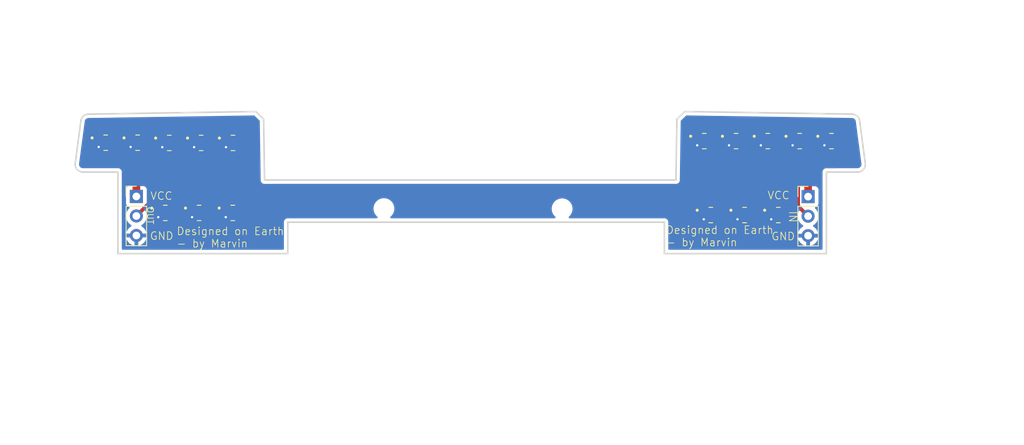
<source format=kicad_pcb>
(kicad_pcb (version 20241229) (generator "pcbnew") (generator_version "9.0")
  (layers (0 "F.Cu" signal) (2 "B.Cu" signal) (13 "F.Paste" user) (15 "B.Paste" user) (5 "F.SilkS" user "F.Silkscreen") (7 "B.SilkS" user "B.Silkscreen") (1 "F.Mask" user) (3 "B.Mask" user) (25 "Edge.Cuts" user))
  (net 0 "")
  (net 1 "Net-(J2-Pin_2)")
  (net 2 "Net-(U1-DI)")
  (net 3 "Net-(U2-DI)")
  (net 4 "Net-(U3-DI)")
  (net 5 "Net-(U5-DI)")
  (net 6 "Net-(U11-DI)")
  (net 7 "Net-(U6-DI)")
  (net 8 "Net-(U7-DI)")
  (net 9 "Net-(U10-DO)")
  (net 10 "Net-(J3-Pin_2)")
  (net 11 "Net-(U1-DO)")
  (net 12 "Net-(U16-DO)")
  (net 13 "Net-(U14-DI)")
  (net 14 "Net-(U15-DO)")
  (net 15 "Net-(U16-DI)")
  (net 16 "Net-(U10-DI)")
  (net 17 "Net-(U12-DI)")
  (net 18 "GND")
  (net 19 "VCC")
  (footprint "ws2812:LED_WS2812C-2020" (layer "F.Cu") (at 178.1039 39.116)
    (property "Reference" "U7" (hide yes))
    (property "Value" "WS2812C-2020" (hide yes))
    (fp_line (start -0.245 -1) (end 0.245 -1) (stroke (width 0.127)) (layer "F.SilkS"))
    (fp_line (start -0.245 1) (end 0.245 1) (stroke (width 0.127)) (layer "F.SilkS"))
    (fp_circle (center -1.77 -0.63) (end -1.67 -0.63) (stroke (width 0.2)) (fill no) (layer "F.SilkS"))
    (pad "1" smd rect (at -0.915 -0.55) (size 0.7 0.7) (layers "F.Cu" "F.Mask" "F.Paste") (net 7 "Net-(U6-DI)"))
    (pad "2" smd rect (at -0.915 0.55) (size 0.7 0.7) (layers "F.Cu" "F.Mask" "F.Paste") (net 18 "GND"))
    (pad "3" smd rect (at 0.915 0.55) (size 0.7 0.7) (layers "F.Cu" "F.Mask" "F.Paste") (net 8 "Net-(U7-DI)"))
    (pad "4" smd rect (at 0.915 -0.55) (size 0.7 0.7) (layers "F.Cu" "F.Mask" "F.Paste") (net 19 "VCC"))
  )
  (footprint "ws2812:LED_WS2812C-2020" (layer "F.Cu") (at 179.4628 48.7426)
    (property "Reference" "U14" (hide yes))
    (property "Value" "WS2812C-2020" (hide yes))
    (fp_line (start -0.245 -1) (end 0.245 -1) (stroke (width 0.127)) (layer "F.SilkS"))
    (fp_line (start -0.245 1) (end 0.245 1) (stroke (width 0.127)) (layer "F.SilkS"))
    (fp_circle (center -1.77 -0.63) (end -1.67 -0.63) (stroke (width 0.2)) (fill no) (layer "F.SilkS"))
    (pad "1" smd rect (at -0.915 -0.55) (size 0.7 0.7) (layers "F.Cu" "F.Mask" "F.Paste") (net 17 "Net-(U12-DI)"))
    (pad "2" smd rect (at -0.915 0.55) (size 0.7 0.7) (layers "F.Cu" "F.Mask" "F.Paste") (net 18 "GND"))
    (pad "3" smd rect (at 0.915 0.55) (size 0.7 0.7) (layers "F.Cu" "F.Mask" "F.Paste") (net 13 "Net-(U14-DI)"))
    (pad "4" smd rect (at 0.915 -0.55) (size 0.7 0.7) (layers "F.Cu" "F.Mask" "F.Paste") (net 19 "VCC"))
  )
  (footprint "ws2812:LED_WS2812C-2020" (layer "F.Cu") (at 104.4318 39.3534)
    (property "Reference" "U3" (hide yes))
    (property "Value" "WS2812C-2020" (hide yes))
    (fp_line (start -0.245 -1) (end 0.245 -1) (stroke (width 0.127)) (layer "F.SilkS"))
    (fp_line (start -0.245 1) (end 0.245 1) (stroke (width 0.127)) (layer "F.SilkS"))
    (fp_circle (center -1.77 -0.63) (end -1.67 -0.63) (stroke (width 0.2)) (fill no) (layer "F.SilkS"))
    (pad "1" smd rect (at -0.915 -0.55) (size 0.7 0.7) (layers "F.Cu" "F.Mask" "F.Paste") (net 3 "Net-(U2-DI)"))
    (pad "2" smd rect (at -0.915 0.55) (size 0.7 0.7) (layers "F.Cu" "F.Mask" "F.Paste") (net 18 "GND"))
    (pad "3" smd rect (at 0.915 0.55) (size 0.7 0.7) (layers "F.Cu" "F.Mask" "F.Paste") (net 4 "Net-(U3-DI)"))
    (pad "4" smd rect (at 0.915 -0.55) (size 0.7 0.7) (layers "F.Cu" "F.Mask" "F.Paste") (net 19 "VCC"))
  )
  (footprint "" (layer "F.Cu") (at 151.3586 47.9298)
    (property "Reference" "" (at 0 0 0) (layer "F.SilkS") (effects (font (size 1.27 1.27))))
    (property "Value" "")
    (pad "" np_thru_hole circle (at 0 0) (size 2.2 2.2) (drill 2.2) (layers "*.Cu" "*.Mask"))
  )
  (footprint "ws2812:LED_WS2812C-2020" (layer "F.Cu") (at 182.23775 39.116)
    (property "Reference" "U8" (hide yes))
    (property "Value" "WS2812C-2020" (hide yes))
    (fp_line (start -0.245 -1) (end 0.245 -1) (stroke (width 0.127)) (layer "F.SilkS"))
    (fp_line (start -0.245 1) (end 0.245 1) (stroke (width 0.127)) (layer "F.SilkS"))
    (fp_circle (center -1.77 -0.63) (end -1.67 -0.63) (stroke (width 0.2)) (fill no) (layer "F.SilkS"))
    (pad "1" smd rect (at -0.915 -0.55) (size 0.7 0.7) (layers "F.Cu" "F.Mask" "F.Paste") (net 8 "Net-(U7-DI)"))
    (pad "2" smd rect (at -0.915 0.55) (size 0.7 0.7) (layers "F.Cu" "F.Mask" "F.Paste") (net 18 "GND"))
    (pad "3" smd rect (at 0.915 0.55) (size 0.7 0.7) (layers "F.Cu" "F.Mask" "F.Paste") (net 14 "Net-(U15-DO)"))
    (pad "4" smd rect (at 0.915 -0.55) (size 0.7 0.7) (layers "F.Cu" "F.Mask" "F.Paste") (net 19 "VCC"))
  )
  (footprint "ws2812:LED_WS2812C-2020" (layer "F.Cu") (at 186.3716 39.116)
    (property "Reference" "U15" (hide yes))
    (property "Value" "WS2812C-2020" (hide yes))
    (fp_line (start -0.245 -1) (end 0.245 -1) (stroke (width 0.127)) (layer "F.SilkS"))
    (fp_line (start -0.245 1) (end 0.245 1) (stroke (width 0.127)) (layer "F.SilkS"))
    (fp_circle (center -1.77 -0.63) (end -1.67 -0.63) (stroke (width 0.2)) (fill no) (layer "F.SilkS"))
    (pad "1" smd rect (at -0.915 -0.55) (size 0.7 0.7) (layers "F.Cu" "F.Mask" "F.Paste") (net 14 "Net-(U15-DO)"))
    (pad "2" smd rect (at -0.915 0.55) (size 0.7 0.7) (layers "F.Cu" "F.Mask" "F.Paste") (net 18 "GND"))
    (pad "3" smd rect (at 0.915 0.55) (size 0.7 0.7) (layers "F.Cu" "F.Mask" "F.Paste") (net 10 "Net-(J3-Pin_2)"))
    (pad "4" smd rect (at 0.915 -0.55) (size 0.7 0.7) (layers "F.Cu" "F.Mask" "F.Paste") (net 19 "VCC"))
  )
  (footprint "ws2812:LED_WS2812C-2020" (layer "F.Cu") (at 169.8362 39.116)
    (property "Reference" "U5" (hide yes))
    (property "Value" "WS2812C-2020" (hide yes))
    (fp_line (start -0.245 -1) (end 0.245 -1) (stroke (width 0.127)) (layer "F.SilkS"))
    (fp_line (start -0.245 1) (end 0.245 1) (stroke (width 0.127)) (layer "F.SilkS"))
    (fp_circle (center -1.77 -0.63) (end -1.67 -0.63) (stroke (width 0.2)) (fill no) (layer "F.SilkS"))
    (pad "1" smd rect (at -0.915 -0.55) (size 0.7 0.7) (layers "F.Cu" "F.Mask" "F.Paste") (net 13 "Net-(U14-DI)"))
    (pad "2" smd rect (at -0.915 0.55) (size 0.7 0.7) (layers "F.Cu" "F.Mask" "F.Paste") (net 18 "GND"))
    (pad "3" smd rect (at 0.915 0.55) (size 0.7 0.7) (layers "F.Cu" "F.Mask" "F.Paste") (net 5 "Net-(U5-DI)"))
    (pad "4" smd rect (at 0.915 -0.55) (size 0.7 0.7) (layers "F.Cu" "F.Mask" "F.Paste") (net 19 "VCC"))
  )
  (footprint "ws2812:LED_WS2812C-2020" (layer "F.Cu") (at 108.572 39.3534)
    (property "Reference" "U4" (hide yes))
    (property "Value" "WS2812C-2020" (hide yes))
    (fp_line (start -0.245 -1) (end 0.245 -1) (stroke (width 0.127)) (layer "F.SilkS"))
    (fp_line (start -0.245 1) (end 0.245 1) (stroke (width 0.127)) (layer "F.SilkS"))
    (fp_circle (center -1.77 -0.63) (end -1.67 -0.63) (stroke (width 0.2)) (fill no) (layer "F.SilkS"))
    (pad "1" smd rect (at -0.915 -0.55) (size 0.7 0.7) (layers "F.Cu" "F.Mask" "F.Paste") (net 4 "Net-(U3-DI)"))
    (pad "2" smd rect (at -0.915 0.55) (size 0.7 0.7) (layers "F.Cu" "F.Mask" "F.Paste") (net 18 "GND"))
    (pad "3" smd rect (at 0.915 0.55) (size 0.7 0.7) (layers "F.Cu" "F.Mask" "F.Paste") (net 12 "Net-(U16-DO)"))
    (pad "4" smd rect (at 0.915 -0.55) (size 0.7 0.7) (layers "F.Cu" "F.Mask" "F.Paste") (net 19 "VCC"))
  )
  (footprint "ws2812:LED_WS2812C-2020" (layer "F.Cu") (at 108.5478 48.4632)
    (property "Reference" "U10" (hide yes))
    (property "Value" "WS2812C-2020" (hide yes))
    (fp_line (start -0.245 -1) (end 0.245 -1) (stroke (width 0.127)) (layer "F.SilkS"))
    (fp_line (start -0.245 1) (end 0.245 1) (stroke (width 0.127)) (layer "F.SilkS"))
    (fp_circle (center -1.77 -0.63) (end -1.67 -0.63) (stroke (width 0.2)) (fill no) (layer "F.SilkS"))
    (pad "1" smd rect (at -0.915 -0.55) (size 0.7 0.7) (layers "F.Cu" "F.Mask" "F.Paste") (net 9 "Net-(U10-DO)"))
    (pad "2" smd rect (at -0.915 0.55) (size 0.7 0.7) (layers "F.Cu" "F.Mask" "F.Paste") (net 18 "GND"))
    (pad "3" smd rect (at 0.915 0.55) (size 0.7 0.7) (layers "F.Cu" "F.Mask" "F.Paste") (net 16 "Net-(U10-DI)"))
    (pad "4" smd rect (at 0.915 -0.55) (size 0.7 0.7) (layers "F.Cu" "F.Mask" "F.Paste") (net 19 "VCC"))
  )
  (footprint "ws2812:LED_WS2812C-2020" (layer "F.Cu") (at 173.97005 39.116)
    (property "Reference" "U6" (hide yes))
    (property "Value" "WS2812C-2020" (hide yes))
    (fp_line (start -0.245 -1) (end 0.245 -1) (stroke (width 0.127)) (layer "F.SilkS"))
    (fp_line (start -0.245 1) (end 0.245 1) (stroke (width 0.127)) (layer "F.SilkS"))
    (fp_circle (center -1.77 -0.63) (end -1.67 -0.63) (stroke (width 0.2)) (fill no) (layer "F.SilkS"))
    (pad "1" smd rect (at -0.915 -0.55) (size 0.7 0.7) (layers "F.Cu" "F.Mask" "F.Paste") (net 5 "Net-(U5-DI)"))
    (pad "2" smd rect (at -0.915 0.55) (size 0.7 0.7) (layers "F.Cu" "F.Mask" "F.Paste") (net 18 "GND"))
    (pad "3" smd rect (at 0.915 0.55) (size 0.7 0.7) (layers "F.Cu" "F.Mask" "F.Paste") (net 7 "Net-(U6-DI)"))
    (pad "4" smd rect (at 0.915 -0.55) (size 0.7 0.7) (layers "F.Cu" "F.Mask" "F.Paste") (net 19 "VCC"))
  )
  (footprint "ws2812:LED_WS2812C-2020" (layer "F.Cu") (at 96.1768 39.328)
    (property "Reference" "U1" (hide yes))
    (property "Value" "WS2812C-2020" (hide yes))
    (fp_line (start -0.245 -1) (end 0.245 -1) (stroke (width 0.127)) (layer "F.SilkS"))
    (fp_line (start -0.245 1) (end 0.245 1) (stroke (width 0.127)) (layer "F.SilkS"))
    (fp_circle (center -1.77 -0.63) (end -1.67 -0.63) (stroke (width 0.2)) (fill no) (layer "F.SilkS"))
    (pad "1" smd rect (at -0.915 -0.55) (size 0.7 0.7) (layers "F.Cu" "F.Mask" "F.Paste") (net 11 "Net-(U1-DO)"))
    (pad "2" smd rect (at -0.915 0.55) (size 0.7 0.7) (layers "F.Cu" "F.Mask" "F.Paste") (net 18 "GND"))
    (pad "3" smd rect (at 0.915 0.55) (size 0.7 0.7) (layers "F.Cu" "F.Mask" "F.Paste") (net 2 "Net-(U1-DI)"))
    (pad "4" smd rect (at 0.915 -0.55) (size 0.7 0.7) (layers "F.Cu" "F.Mask" "F.Paste") (net 19 "VCC"))
  )
  (footprint "ws2812:LED_WS2812C-2020" (layer "F.Cu") (at 104.1654 48.4632)
    (property "Reference" "U9" (hide yes))
    (property "Value" "WS2812C-2020" (hide yes))
    (fp_line (start -0.245 -1) (end 0.245 -1) (stroke (width 0.127)) (layer "F.SilkS"))
    (fp_line (start -0.245 1) (end 0.245 1) (stroke (width 0.127)) (layer "F.SilkS"))
    (fp_circle (center -1.77 -0.63) (end -1.67 -0.63) (stroke (width 0.2)) (fill no) (layer "F.SilkS"))
    (pad "1" smd rect (at -0.915 -0.55) (size 0.7 0.7) (layers "F.Cu" "F.Mask" "F.Paste") (net 15 "Net-(U16-DI)"))
    (pad "2" smd rect (at -0.915 0.55) (size 0.7 0.7) (layers "F.Cu" "F.Mask" "F.Paste") (net 18 "GND"))
    (pad "3" smd rect (at 0.915 0.55) (size 0.7 0.7) (layers "F.Cu" "F.Mask" "F.Paste") (net 9 "Net-(U10-DO)"))
    (pad "4" smd rect (at 0.915 -0.55) (size 0.7 0.7) (layers "F.Cu" "F.Mask" "F.Paste") (net 19 "VCC"))
  )
  (footprint "ws2812:LED_WS2812C-2020" (layer "F.Cu") (at 100.2916 39.3534)
    (property "Reference" "U2" (hide yes))
    (property "Value" "WS2812C-2020" (hide yes))
    (fp_line (start -0.245 -1) (end 0.245 -1) (stroke (width 0.127)) (layer "F.SilkS"))
    (fp_line (start -0.245 1) (end 0.245 1) (stroke (width 0.127)) (layer "F.SilkS"))
    (fp_circle (center -1.77 -0.63) (end -1.67 -0.63) (stroke (width 0.2)) (fill no) (layer "F.SilkS"))
    (pad "1" smd rect (at -0.915 -0.55) (size 0.7 0.7) (layers "F.Cu" "F.Mask" "F.Paste") (net 2 "Net-(U1-DI)"))
    (pad "2" smd rect (at -0.915 0.55) (size 0.7 0.7) (layers "F.Cu" "F.Mask" "F.Paste") (net 18 "GND"))
    (pad "3" smd rect (at 0.915 0.55) (size 0.7 0.7) (layers "F.Cu" "F.Mask" "F.Paste") (net 3 "Net-(U2-DI)"))
    (pad "4" smd rect (at 0.915 -0.55) (size 0.7 0.7) (layers "F.Cu" "F.Mask" "F.Paste") (net 19 "VCC"))
  )
  (footprint "ws2812:LED_WS2812C-2020" (layer "F.Cu") (at 170.6862 48.7426)
    (property "Reference" "U11" (hide yes))
    (property "Value" "WS2812C-2020" (hide yes))
    (fp_line (start -0.245 -1) (end 0.245 -1) (stroke (width 0.127)) (layer "F.SilkS"))
    (fp_line (start -0.245 1) (end 0.245 1) (stroke (width 0.127)) (layer "F.SilkS"))
    (fp_circle (center -1.77 -0.63) (end -1.67 -0.63) (stroke (width 0.2)) (fill no) (layer "F.SilkS"))
    (pad "1" smd rect (at -0.915 -0.55) (size 0.7 0.7) (layers "F.Cu" "F.Mask" "F.Paste") (net 16 "Net-(U10-DI)"))
    (pad "2" smd rect (at -0.915 0.55) (size 0.7 0.7) (layers "F.Cu" "F.Mask" "F.Paste") (net 18 "GND"))
    (pad "3" smd rect (at 0.915 0.55) (size 0.7 0.7) (layers "F.Cu" "F.Mask" "F.Paste") (net 6 "Net-(U11-DI)"))
    (pad "4" smd rect (at 0.915 -0.55) (size 0.7 0.7) (layers "F.Cu" "F.Mask" "F.Paste") (net 19 "VCC"))
  )
  (footprint "Connector_PinHeader_2.54mm:PinHeader_1x03_P2.54mm_Vertical" (layer "F.Cu") (at 183.3372 46.3446)
    (property "Reference" "J3" (hide yes))
    (property "Value" "Conn_01x03" (hide yes))
    (fp_line (start -1.33 -1.33) (end 0 -1.33) (stroke (width 0.12)) (layer "F.SilkS"))
    (fp_line (start -1.33 0) (end -1.33 -1.33) (stroke (width 0.12)) (layer "F.SilkS"))
    (fp_line (start -1.33 1.27) (end -1.33 6.41) (stroke (width 0.12)) (layer "F.SilkS"))
    (fp_line (start -1.33 1.27) (end 1.33 1.27) (stroke (width 0.12)) (layer "F.SilkS"))
    (fp_line (start -1.33 6.41) (end 1.33 6.41) (stroke (width 0.12)) (layer "F.SilkS"))
    (fp_line (start 1.33 1.27) (end 1.33 6.41) (stroke (width 0.12)) (layer "F.SilkS"))
    (pad "1" thru_hole rect (at 0 0) (size 1.7 1.7) (drill 1) (layers "*.Cu" "*.Mask") (net 19 "VCC"))
    (pad "2" thru_hole oval (at 0 2.54) (size 1.7 1.7) (drill 1) (layers "*.Cu" "*.Mask") (net 10 "Net-(J3-Pin_2)"))
    (pad "3" thru_hole oval (at 0 5.08) (size 1.7 1.7) (drill 1) (layers "*.Cu" "*.Mask") (net 18 "GND"))
  )
  (footprint "Connector_PinHeader_2.54mm:PinHeader_1x03_P2.54mm_Vertical" (layer "F.Cu") (at 96.012 46.3192)
    (property "Reference" "J2" (hide yes))
    (property "Value" "Conn_01x03" (hide yes))
    (fp_line (start -1.33 -1.33) (end 0 -1.33) (stroke (width 0.12)) (layer "F.SilkS"))
    (fp_line (start -1.33 0) (end -1.33 -1.33) (stroke (width 0.12)) (layer "F.SilkS"))
    (fp_line (start -1.33 1.27) (end -1.33 6.41) (stroke (width 0.12)) (layer "F.SilkS"))
    (fp_line (start -1.33 1.27) (end 1.33 1.27) (stroke (width 0.12)) (layer "F.SilkS"))
    (fp_line (start -1.33 6.41) (end 1.33 6.41) (stroke (width 0.12)) (layer "F.SilkS"))
    (fp_line (start 1.33 1.27) (end 1.33 6.41) (stroke (width 0.12)) (layer "F.SilkS"))
    (pad "1" thru_hole rect (at 0 0) (size 1.7 1.7) (drill 1) (layers "*.Cu" "*.Mask") (net 19 "VCC"))
    (pad "2" thru_hole oval (at 0 2.54) (size 1.7 1.7) (drill 1) (layers "*.Cu" "*.Mask") (net 1 "Net-(J2-Pin_2)"))
    (pad "3" thru_hole oval (at 0 5.08) (size 1.7 1.7) (drill 1) (layers "*.Cu" "*.Mask") (net 18 "GND"))
  )
  (footprint "ws2812:LED_WS2812C-2020" (layer "F.Cu") (at 99.7712 48.4632)
    (property "Reference" "U16" (hide yes))
    (property "Value" "WS2812C-2020" (hide yes))
    (fp_line (start -0.245 -1) (end 0.245 -1) (stroke (width 0.127)) (layer "F.SilkS"))
    (fp_line (start -0.245 1) (end 0.245 1) (stroke (width 0.127)) (layer "F.SilkS"))
    (fp_circle (center -1.77 -0.63) (end -1.67 -0.63) (stroke (width 0.2)) (fill no) (layer "F.SilkS"))
    (pad "1" smd rect (at -0.915 -0.55) (size 0.7 0.7) (layers "F.Cu" "F.Mask" "F.Paste") (net 12 "Net-(U16-DO)"))
    (pad "2" smd rect (at -0.915 0.55) (size 0.7 0.7) (layers "F.Cu" "F.Mask" "F.Paste") (net 18 "GND"))
    (pad "3" smd rect (at 0.915 0.55) (size 0.7 0.7) (layers "F.Cu" "F.Mask" "F.Paste") (net 15 "Net-(U16-DI)"))
    (pad "4" smd rect (at 0.915 -0.55) (size 0.7 0.7) (layers "F.Cu" "F.Mask" "F.Paste") (net 19 "VCC"))
  )
  (footprint "ws2812:LED_WS2812C-2020" (layer "F.Cu") (at 92.0248 39.328)
    (property "Reference" "U13" (hide yes))
    (property "Value" "WS2812C-2020" (hide yes))
    (fp_line (start -0.245 -1) (end 0.245 -1) (stroke (width 0.127)) (layer "F.SilkS"))
    (fp_line (start -0.245 1) (end 0.245 1) (stroke (width 0.127)) (layer "F.SilkS"))
    (fp_circle (center -1.77 -0.63) (end -1.67 -0.63) (stroke (width 0.2)) (fill no) (layer "F.SilkS"))
    (pad "1" smd rect (at -0.915 -0.55) (size 0.7 0.7) (layers "F.Cu" "F.Mask" "F.Paste") (net 1 "Net-(J2-Pin_2)"))
    (pad "2" smd rect (at -0.915 0.55) (size 0.7 0.7) (layers "F.Cu" "F.Mask" "F.Paste") (net 18 "GND"))
    (pad "3" smd rect (at 0.915 0.55) (size 0.7 0.7) (layers "F.Cu" "F.Mask" "F.Paste") (net 11 "Net-(U1-DO)"))
    (pad "4" smd rect (at 0.915 -0.55) (size 0.7 0.7) (layers "F.Cu" "F.Mask" "F.Paste") (net 19 "VCC"))
  )
  (footprint "ws2812:LED_WS2812C-2020" (layer "F.Cu") (at 175.0745 48.7426)
    (property "Reference" "U12" (hide yes))
    (property "Value" "WS2812C-2020" (hide yes))
    (fp_line (start -0.245 -1) (end 0.245 -1) (stroke (width 0.127)) (layer "F.SilkS"))
    (fp_line (start -0.245 1) (end 0.245 1) (stroke (width 0.127)) (layer "F.SilkS"))
    (fp_circle (center -1.77 -0.63) (end -1.67 -0.63) (stroke (width 0.2)) (fill no) (layer "F.SilkS"))
    (pad "1" smd rect (at -0.915 -0.55) (size 0.7 0.7) (layers "F.Cu" "F.Mask" "F.Paste") (net 6 "Net-(U11-DI)"))
    (pad "2" smd rect (at -0.915 0.55) (size 0.7 0.7) (layers "F.Cu" "F.Mask" "F.Paste") (net 18 "GND"))
    (pad "3" smd rect (at 0.915 0.55) (size 0.7 0.7) (layers "F.Cu" "F.Mask" "F.Paste") (net 17 "Net-(U12-DI)"))
    (pad "4" smd rect (at 0.915 -0.55) (size 0.7 0.7) (layers "F.Cu" "F.Mask" "F.Paste") (net 19 "VCC"))
  )
  (footprint "" (layer "F.Cu") (at 128.1938 47.9044)
    (property "Reference" "" (at 0 0 0) (layer "F.SilkS") (effects (font (size 1.27 1.27))))
    (property "Value" "")
    (pad "" np_thru_hole circle (at 0 0) (size 2.2 2.2) (drill 2.2) (layers "*.Cu" "*.Mask"))
  )
  (gr_line (start 112.552086 36.252802) (end 111.536683 35.268447) (stroke (width 0.2)) (layer "Edge.Cuts"))
  (gr_line (start 112.675214 44.183382) (end 112.552086 36.252802) (stroke (width 0.2)) (layer "Edge.Cuts"))
  (gr_line (start 166.157014 44.183382) (end 112.675214 44.183382) (stroke (width 0.2)) (layer "Edge.Cuts"))
  (gr_line (start 89.053493 43.142875) (end 93.616115 43.142875) (stroke (width 0.2)) (layer "Edge.Cuts"))
  (gr_line (start 164.654875 53.758928) (end 185.716113 53.758928) (stroke (width 0.2)) (layer "Edge.Cuts"))
  (gr_line (start 166.280142 36.252802) (end 166.157014 44.183382) (stroke (width 0.2)) (layer "Edge.Cuts"))
  (gr_line (start 115.691086 53.758928) (end 115.691086 49.669935) (stroke (width 0.2)) (layer "Edge.Cuts"))
  (gr_line (start 185.716113 53.758928) (end 185.716113 43.142875) (stroke (width 0.2)) (layer "Edge.Cuts"))
  (gr_line (start 164.654875 49.669935) (end 164.654875 53.758928) (stroke (width 0.2)) (layer "Edge.Cuts"))
  (gr_line (start 189.058077 35.606326) (end 167.295546 35.268447) (stroke (width 0.2)) (layer "Edge.Cuts"))
  (gr_line (start 93.616115 53.758928) (end 115.691086 53.758928) (stroke (width 0.2)) (layer "Edge.Cuts"))
  (gr_line (start 88.7984 36.4744) (end 88.062217 42.011071) (stroke (width 0.2)) (layer "Edge.Cuts"))
  (gr_line (start 115.691086 49.669935) (end 164.654875 49.669935) (stroke (width 0.2)) (layer "Edge.Cuts"))
  (gr_arc (start 89.053493 43.142875) (mid 88.301228 42.801736) (end 88.062217 42.011071) (stroke (width 0.2)) (layer "Edge.Cuts"))
  (gr_line (start 167.295546 35.268447) (end 166.280142 36.252802) (stroke (width 0.2)) (layer "Edge.Cuts"))
  (gr_arc (start 88.7984 36.4744) (mid 89.124996 35.859077) (end 89.774152 35.606327) (stroke (width 0.2)) (layer "Edge.Cuts"))
  (gr_line (start 93.616115 43.142875) (end 93.616115 53.758928) (stroke (width 0.2)) (layer "Edge.Cuts"))
  (gr_line (start 89.774152 35.606327) (end 89.774152 35.606326) (stroke (width 0.2)) (layer "Edge.Cuts"))
  (gr_line (start 190.770011 42.011071) (end 190.033828 36.4744) (stroke (width 0.2)) (layer "Edge.Cuts"))
  (gr_arc (start 189.058077 35.606326) (mid 189.707233 35.859077) (end 190.033828 36.4744) (stroke (width 0.2)) (layer "Edge.Cuts"))
  (gr_line (start 185.716113 43.142875) (end 189.778736 43.142875) (stroke (width 0.2)) (layer "Edge.Cuts"))
  (gr_line (start 111.536683 35.268447) (end 89.774152 35.606326) (stroke (width 0.2)) (layer "Edge.Cuts"))
  (gr_arc (start 190.770011 42.011071) (mid 190.531001 42.801736) (end 189.778736 43.142875) (stroke (width 0.2)) (layer "Edge.Cuts"))
  (gr_text "GND" (at 178.5112 52.0954 0) (layer "F.SilkS") (effects (font (size 1 1) (thickness 0.1)) (justify left bottom)))
  (gr_text "GND" (at 97.7138 52.0446 0) (layer "F.SilkS") (effects (font (size 1 1) (thickness 0.1)) (justify left bottom)))
  (gr_text "IN" (at 180.7718 48.133 270) (layer "F.SilkS") (effects (font (size 1 1) (thickness 0.1)) (justify left bottom)))
  (gr_text "OUT" (at 97.342 47.5892 270) (layer "F.SilkS") (effects (font (size 0.8 0.8) (thickness 0.1)) (justify left bottom)))
  (gr_text "Designed on Earth \n- by Marvin" (at 101.1936 53.0352 0) (layer "F.SilkS") (effects (font (size 1 1) (thickness 0.1)) (justify left bottom)))
  (gr_text "VCC" (at 97.7646 46.8376 0) (layer "F.SilkS") (effects (font (size 1 1) (thickness 0.1)) (justify left bottom)))
  (gr_text "VCC" (at 178.0032 46.7614 0) (layer "F.SilkS") (effects (font (size 1 1) (thickness 0.1)) (justify left bottom)))
  (gr_text "Designed on Earth \n- by Marvin" (at 164.8206 52.8828 0) (layer "F.SilkS") (effects (font (size 1 1) (thickness 0.1)) (justify left bottom)))
  (segment (start 91.9108 40.451) (end 92.557 41.0972) (width 0.5) (layer "F.Cu") (net 1))
  (segment (start 91.9108 39.077) (end 91.9108 40.451) (width 0.5) (layer "F.Cu") (net 1))
  (segment (start 91.1098 38.778) (end 91.6118 38.778) (width 0.5) (layer "F.Cu") (net 1))
  (segment (start 91.6118 38.778) (end 91.9108 39.077) (width 0.5) (layer "F.Cu") (net 1))
  (segment (start 100.5078 41.0972) (end 100.5078 44.3634) (width 0.5) (layer "F.Cu") (net 1))
  (segment (start 100.5078 44.3634) (end 96.012 48.8592) (width 0.5) (layer "F.Cu") (net 1))
  (segment (start 92.557 41.0972) (end 100.5078 41.0972) (width 0.5) (layer "F.Cu") (net 1))
  (segment (start 99.3766 38.8034) (end 98.5266 38.8034) (width 0.5) (layer "F.Cu") (net 2))
  (segment (start 97.452 39.878) (end 97.0918 39.878) (width 0.5) (layer "F.Cu") (net 2))
  (segment (start 98.5266 38.8034) (end 97.452 39.878) (width 0.5) (layer "F.Cu") (net 2))
  (segment (start 103.5168 38.8034) (end 102.6668 38.8034) (width 0.5) (layer "F.Cu") (net 3))
  (segment (start 102.6668 38.8034) (end 101.5668 39.9034) (width 0.5) (layer "F.Cu") (net 3))
  (segment (start 101.5668 39.9034) (end 101.2066 39.9034) (width 0.5) (layer "F.Cu") (net 3))
  (segment (start 105.707 39.9034) (end 105.3468 39.9034) (width 0.5) (layer "F.Cu") (net 4))
  (segment (start 106.807 38.8034) (end 105.707 39.9034) (width 0.5) (layer "F.Cu") (net 4))
  (segment (start 107.657 38.8034) (end 106.807 38.8034) (width 0.5) (layer "F.Cu") (net 4))
  (segment (start 173.05505 38.566) (end 172.4572 38.566) (width 1) (layer "F.Cu") (net 5))
  (segment (start 172.4572 38.566) (end 171.3572 39.666) (width 1) (layer "F.Cu") (net 5))
  (segment (start 171.3572 39.666) (end 170.7512 39.666) (width 1) (layer "F.Cu") (net 5))
  (segment (start 174.1595 48.1926) (end 173.2032 48.1926) (width 0.5) (layer "F.Cu") (net 6))
  (segment (start 172.1032 49.2926) (end 171.6012 49.2926) (width 0.5) (layer "F.Cu") (net 6))
  (segment (start 173.2032 48.1926) (end 172.1032 49.2926) (width 0.5) (layer "F.Cu") (net 6))
  (segment (start 174.9044 39.68535) (end 174.88505 39.666) (width 0.5) (layer "F.Cu") (net 7))
  (segment (start 177.1889 38.566) (end 176.5834 38.566) (width 1) (layer "F.Cu") (net 7))
  (segment (start 175.4834 39.666) (end 174.88505 39.666) (width 1) (layer "F.Cu") (net 7))
  (segment (start 176.5834 38.566) (end 175.4834 39.666) (width 1) (layer "F.Cu") (net 7))
  (segment (start 179.516371 39.766999) (end 179.0189 39.766999) (width 1) (layer "F.Cu") (net 8))
  (segment (start 180.71737 38.566) (end 179.516371 39.766999) (width 1) (layer "F.Cu") (net 8))
  (segment (start 181.32275 38.566) (end 180.71737 38.566) (width 1) (layer "F.Cu") (net 8))
  (segment (start 105.5824 49.0132) (end 105.0804 49.0132) (width 0.5) (layer "F.Cu") (net 9))
  (segment (start 107.6328 47.9132) (end 106.6824 47.9132) (width 0.5) (layer "F.Cu") (net 9))
  (segment (start 106.6824 47.9132) (end 105.5824 49.0132) (width 0.5) (layer "F.Cu") (net 9))
  (segment (start 182.0362 44.062243) (end 182.0362 47.5836) (width 0.5) (layer "F.Cu") (net 10))
  (segment (start 187.2866 39.666) (end 185.768623 41.183977) (width 0.5) (layer "F.Cu") (net 10))
  (segment (start 185.768623 41.183977) (end 184.914466 41.183977) (width 0.5) (layer "F.Cu") (net 10))
  (segment (start 184.914466 41.183977) (end 182.0362 44.062243) (width 0.5) (layer "F.Cu") (net 10))
  (segment (start 182.0362 47.5836) (end 183.3372 48.8846) (width 0.5) (layer "F.Cu") (net 10))
  (segment (start 94.4118 38.778) (end 93.3118 39.878) (width 0.5) (layer "F.Cu") (net 11))
  (segment (start 93.3118 39.878) (end 92.9398 39.878) (width 0.5) (layer "F.Cu") (net 11))
  (segment (start 95.2618 38.778) (end 94.4118 38.778) (width 0.5) (layer "F.Cu") (net 11))
  (segment (start 102.4836 44.2858) (end 102.4836 42.5504) (width 0.5) (layer "F.Cu") (net 12))
  (segment (start 108.2548 41.8084) (end 109.487 40.5762) (width 0.5) (layer "F.Cu") (net 12))
  (segment (start 109.487 40.5762) (end 109.487 39.9034) (width 0.5) (layer "F.Cu") (net 12))
  (segment (start 102.4836 42.5504) (end 103.2256 41.8084) (width 0.5) (layer "F.Cu") (net 12))
  (segment (start 98.8562 47.9132) (end 102.4836 44.2858) (width 0.5) (layer "F.Cu") (net 12))
  (segment (start 103.2256 41.8084) (end 108.2548 41.8084) (width 0.5) (layer "F.Cu") (net 12))
  (segment (start 169.4232 38.566) (end 168.9212 38.566) (width 0.5) (layer "F.Cu") (net 13))
  (segment (start 169.7222 38.865) (end 169.4232 38.566) (width 0.5) (layer "F.Cu") (net 13))
  (segment (start 181.3288 49.1916) (end 181.3288 45.1848) (width 0.5) (layer "F.Cu") (net 13))
  (segment (start 180.2638 44.1198) (end 173.860083 44.1198) (width 0.5) (layer "F.Cu") (net 13))
  (segment (start 181.3288 45.1848) (end 180.2638 44.1198) (width 0.5) (layer "F.Cu") (net 13))
  (segment (start 173.860083 44.1198) (end 169.7222 39.981917) (width 0.5) (layer "F.Cu") (net 13))
  (segment (start 169.7222 39.981917) (end 169.7222 38.865) (width 0.5) (layer "F.Cu") (net 13))
  (segment (start 181.2278 49.2926) (end 181.3288 49.1916) (width 0.5) (layer "F.Cu") (net 13))
  (segment (start 180.3778 49.2926) (end 181.2278 49.2926) (width 0.5) (layer "F.Cu") (net 13))
  (segment (start 185.4566 38.566) (end 184.8524 38.566) (width 1) (layer "F.Cu") (net 14))
  (segment (start 184.8524 38.566) (end 183.7524 39.666) (width 1) (layer "F.Cu") (net 14))
  (segment (start 183.7524 39.666) (end 183.15275 39.666) (width 1) (layer "F.Cu") (net 14))
  (segment (start 103.2504 47.9132) (end 102.2882 47.9132) (width 0.5) (layer "F.Cu") (net 15))
  (segment (start 101.1882 49.0132) (end 100.6862 49.0132) (width 0.5) (layer "F.Cu") (net 15))
  (segment (start 102.2882 47.9132) (end 101.1882 49.0132) (width 0.5) (layer "F.Cu") (net 15))
  (segment (start 167.8584 46.2798) (end 169.7712 48.1926) (width 0.5) (layer "F.Cu") (net 16))
  (segment (start 114.334318 46.2018) (end 167.8584 46.2018) (width 0.5) (layer "F.Cu") (net 16))
  (segment (start 111.522918 49.0132) (end 109.4628 49.0132) (width 0.5) (layer "F.Cu") (net 16))
  (segment (start 114.334318 46.2018) (end 111.522918 49.0132) (width 0.5) (layer "F.Cu") (net 16))
  (segment (start 167.8584 46.2018) (end 167.8584 46.2798) (width 0.5) (layer "F.Cu") (net 16))
  (segment (start 177.5915 48.1926) (end 176.4915 49.2926) (width 0.5) (layer "F.Cu") (net 17))
  (segment (start 178.5478 48.1926) (end 177.5915 48.1926) (width 0.5) (layer "F.Cu") (net 17))
  (segment (start 176.4915 49.2926) (end 175.9895 49.2926) (width 0.5) (layer "F.Cu") (net 17))
  (via (at 168.9212 39.666) (size 0.6) (drill 0.3) (layers "F.Cu" "B.Cu") (net 18))
  (via (at 99.3766 39.9034) (size 0.6) (drill 0.3) (layers "F.Cu" "B.Cu") (net 18))
  (via (at 98.8562 49.0132) (size 0.6) (drill 0.3) (layers "F.Cu" "B.Cu") (net 18))
  (via (at 103.2504 49.0132) (size 0.6) (drill 0.3) (layers "F.Cu" "B.Cu") (net 18))
  (via (at 95.2618 39.878) (size 0.6) (drill 0.3) (layers "F.Cu" "B.Cu") (net 18))
  (via (at 169.7712 49.2926) (size 0.6) (drill 0.3) (layers "F.Cu" "B.Cu") (net 18))
  (via (at 91.1098 39.878) (size 0.6) (drill 0.3) (layers "F.Cu" "B.Cu") (net 18))
  (via (at 103.5168 39.9034) (size 0.6) (drill 0.3) (layers "F.Cu" "B.Cu") (net 18))
  (via (at 178.5478 49.2926) (size 0.6) (drill 0.3) (layers "F.Cu" "B.Cu") (net 18))
  (via (at 107.6328 49.0132) (size 0.6) (drill 0.3) (layers "F.Cu" "B.Cu") (net 18))
  (via (at 174.1595 49.2926) (size 0.6) (drill 0.3) (layers "F.Cu" "B.Cu") (net 18))
  (via (at 185.4566 39.666) (size 0.6) (drill 0.3) (layers "F.Cu" "B.Cu") (net 18))
  (via (at 107.657 39.9034) (size 0.6) (drill 0.3) (layers "F.Cu" "B.Cu") (net 18))
  (via (at 177.1889 39.666) (size 0.6) (drill 0.3) (layers "F.Cu" "B.Cu") (net 18))
  (via (at 173.05505 39.666) (size 0.6) (drill 0.3) (layers "F.Cu" "B.Cu") (net 18))
  (via (at 181.32275 39.666) (size 0.6) (drill 0.3) (layers "F.Cu" "B.Cu") (net 18))
  (segment (start 185.301485 42.141875) (end 186.912725 42.141875) (width 1) (layer "F.Cu") (net 19))
  (segment (start 167.8702 37.515) (end 167.8702 44.9932) (width 1) (layer "F.Cu") (net 19))
  (segment (start 109.4628 47.9132) (end 108.4118 46.8622) (width 1) (layer "F.Cu") (net 19))
  (segment (start 177.68637 37.365) (end 175.985049 37.365001) (width 1) (layer "F.Cu") (net 19))
  (segment (start 184.252749 37.365001) (end 180.219899 37.365001) (width 1) (layer "F.Cu") (net 19))
  (segment (start 92.9398 38.778) (end 92.9398 38.6092) (width 1) (layer "F.Cu") (net 19))
  (segment (start 167.679018 45.184382) (end 114.006818 45.184382) (width 1) (layer "F.Cu") (net 19))
  (segment (start 188.2886 38.566) (end 187.087601 37.365001) (width 1) (layer "F.Cu") (net 19))
  (segment (start 110.489 38.8034) (end 109.487 38.8034) (width 1) (layer "F.Cu") (net 19))
  (segment (start 167.8702 44.9932) (end 168.4798 44.9932) (width 1) (layer "F.Cu") (net 19))
  (segment (start 93.9908 37.727) (end 96.0408 37.727) (width 1) (layer "F.Cu") (net 19))
  (segment (start 171.851199 37.365001) (end 168.020199 37.365001) (width 1) (layer "F.Cu") (net 19))
  (segment (start 183.3372 44.10616) (end 185.301485 42.141875) (width 1) (layer "F.Cu") (net 19))
  (segment (start 98.1174 37.7524) (end 100.1556 37.7524) (width 1) (layer "F.Cu") (net 19))
  (segment (start 90.0588 40.929) (end 91.178 42.0482) (width 1) (layer "F.Cu") (net 19))
  (segment (start 186.912725 42.141875) (end 188.3376 40.717) (width 1) (layer "F.Cu") (net 19))
  (segment (start 101.7372 46.8622) (end 100.6862 47.9132) (width 1) (layer "F.Cu") (net 19))
  (segment (start 102.2576 37.7524) (end 104.2958 37.7524) (width 1) (layer "F.Cu") (net 19))
  (segment (start 175.9895 48.1926) (end 174.9385 47.1416) (width 1) (layer "F.Cu") (net 19))
  (segment (start 106.3978 37.7524) (end 108.436 37.7524) (width 1) (layer "F.Cu") (net 19))
  (segment (start 184.252749 37.365001) (end 183.15275 38.465) (width 1) (layer "F.Cu") (net 19))
  (segment (start 92.0576 37.727) (end 90.0588 37.727) (width 1) (layer "F.Cu") (net 19))
  (segment (start 91.178 42.0482) (end 93.937068 42.0482) (width 1) (layer "F.Cu") (net 19))
  (segment (start 104.0294 46.8622) (end 101.7372 46.8622) (width 1) (layer "F.Cu") (net 19))
  (segment (start 171.851199 37.365001) (end 170.7512 38.465) (width 1) (layer "F.Cu") (net 19))
  (segment (start 105.0804 47.9132) (end 104.0294 46.8622) (width 1) (layer "F.Cu") (net 19))
  (segment (start 179.3268 47.1416) (end 177.0405 47.1416) (width 1) (layer "F.Cu") (net 19))
  (segment (start 110.538 43.5074) (end 110.538 38.8524) (width 1) (layer "F.Cu") (net 19))
  (segment (start 113.1109 46.0803) (end 111.278 47.9132) (width 1) (layer "F.Cu") (net 19))
  (segment (start 96.0408 37.727) (end 97.0918 38.778) (width 1) (layer "F.Cu") (net 19))
  (segment (start 177.0405 47.1416) (end 175.9895 48.1926) (width 1) (layer "F.Cu") (net 19))
  (segment (start 92.9398 38.778) (end 93.9908 37.727) (width 1) (layer "F.Cu") (net 19))
  (segment (start 175.985049 37.365001) (end 174.88505 38.465) (width 1) (layer "F.Cu") (net 19))
  (segment (start 92.9398 38.6092) (end 92.0576 37.727) (width 1) (layer "F.Cu") (net 19))
  (segment (start 93.937068 42.0482) (end 96.012 44.123132) (width 1) (layer "F.Cu") (net 19))
  (segment (start 174.9385 47.1416) (end 172.6522 47.1416) (width 1) (layer "F.Cu") (net 19))
  (segment (start 172.6522 47.1416) (end 171.6012 48.1926) (width 1) (layer "F.Cu") (net 19))
  (segment (start 106.1314 46.8622) (end 105.0804 47.9132) (width 1) (layer "F.Cu") (net 19))
  (segment (start 180.219899 37.365001) (end 177.68637 37.365) (width 1) (layer "F.Cu") (net 19))
  (segment (start 105.3468 38.8034) (end 106.3978 37.7524) (width 1) (layer "F.Cu") (net 19))
  (segment (start 187.2866 38.566) (end 188.2886 38.566) (width 1) (layer "F.Cu") (net 19))
  (segment (start 180.219899 37.365001) (end 179.0189 38.566) (width 1) (layer "F.Cu") (net 19))
  (segment (start 171.6012 48.1146) (end 168.4798 44.9932) (width 1) (layer "F.Cu") (net 19))
  (segment (start 108.4118 46.8622) (end 106.1314 46.8622) (width 1) (layer "F.Cu") (net 19))
  (segment (start 188.3376 38.615) (end 188.2886 38.566) (width 1) (layer "F.Cu") (net 19))
  (segment (start 168.020199 37.365001) (end 167.8702 37.515) (width 1) (layer "F.Cu") (net 19))
  (segment (start 114.006818 45.184382) (end 113.1109 46.0803) (width 1) (layer "F.Cu") (net 19))
  (segment (start 111.278 47.9132) (end 109.4628 47.9132) (width 1) (layer "F.Cu") (net 19))
  (segment (start 175.985049 37.365001) (end 171.851199 37.365001) (width 1) (layer "F.Cu") (net 19))
  (segment (start 108.436 37.7524) (end 109.487 38.8034) (width 1) (layer "F.Cu") (net 19))
  (segment (start 187.087601 37.365001) (end 184.252749 37.365001) (width 1) (layer "F.Cu") (net 19))
  (segment (start 113.1109 46.0803) (end 110.538 43.5074) (width 1) (layer "F.Cu") (net 19))
  (segment (start 183.3372 46.3446) (end 183.3372 44.10616) (width 1) (layer "F.Cu") (net 19))
  (segment (start 100.1556 37.7524) (end 101.2066 38.8034) (width 1) (layer "F.Cu") (net 19))
  (segment (start 171.6012 48.1926) (end 171.6012 48.1146) (width 1) (layer "F.Cu") (net 19))
  (segment (start 104.2958 37.7524) (end 105.3468 38.8034) (width 1) (layer "F.Cu") (net 19))
  (segment (start 188.3376 40.717) (end 188.3376 38.615) (width 1) (layer "F.Cu") (net 19))
  (segment (start 110.538 38.8524) (end 110.489 38.8034) (width 1) (layer "F.Cu") (net 19))
  (segment (start 97.0918 38.778) (end 98.1174 37.7524) (width 1) (layer "F.Cu") (net 19))
  (segment (start 180.3778 48.1926) (end 179.3268 47.1416) (width 1) (layer "F.Cu") (net 19))
  (segment (start 90.0588 37.727) (end 90.0588 40.929) (width 1) (layer "F.Cu") (net 19))
  (segment (start 96.012 44.123132) (end 96.012 46.3192) (width 1) (layer "F.Cu") (net 19))
  (segment (start 101.2066 38.8034) (end 102.2576 37.7524) (width 1) (layer "F.Cu") (net 19))
  (segment (start 167.8702 44.9932) (end 167.679018 45.184382) (width 1) (layer "F.Cu") (net 19))
  (zone (net 18) (net_name "GND") (layer "B.Cu") (connect_pads (clearance 0.5)) (min_thickness 0.25) (fill yes (thermal_gap 0.5) (thermal_bridge_width 0.5))
    (polygon (pts (xy 78.2828 20.7518) (xy 84.4042 70.5104) (xy 211.4042 78.6638) (xy 204.0382 24.8412)))
  )
)
</source>
